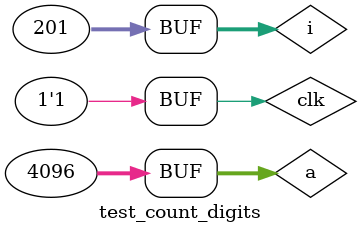
<source format=v>
`timescale 1ns / 1ps


module test_count_digits;

	// Inputs
	reg clk;
	reg [31:0] a;
	
	// Outputs
	wire [31:0] s;

	// Instantiate the Unit Under Test (UUT)
	count_digits_low uut (
		.clk(clk), 
		.a(a), 
		.s(s)
	);
	integer i;
	
	initial begin
		// Initialize Inputs
		clk = 0;
		a = 32'h00001000;

		// Wait 100 ns for global reset to finish
		#100;
		
      for(i=0;i<=200;i=i+1)
		begin
			clk=~clk;
			#100;
		end
		// Add stimulus here

	end
	

      
endmodule


</source>
